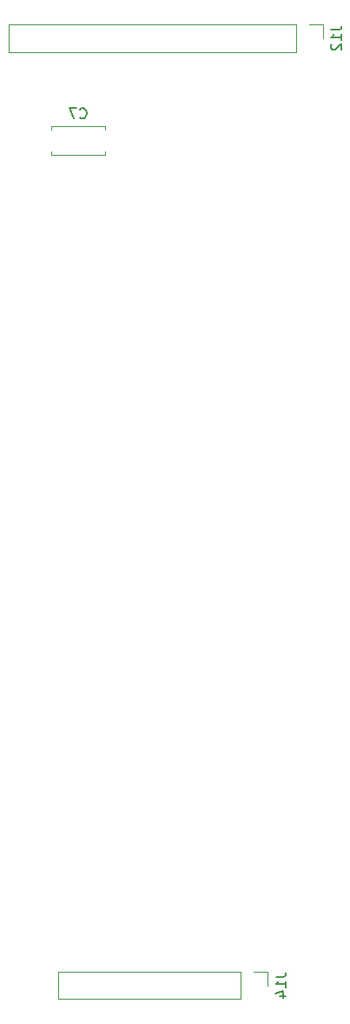
<source format=gbo>
G04 #@! TF.GenerationSoftware,KiCad,Pcbnew,(7.0.0)*
G04 #@! TF.CreationDate,2023-03-19T22:56:20+00:00*
G04 #@! TF.ProjectId,front_microlidian,66726f6e-745f-46d6-9963-726f6c696469,rev?*
G04 #@! TF.SameCoordinates,Original*
G04 #@! TF.FileFunction,Legend,Bot*
G04 #@! TF.FilePolarity,Positive*
%FSLAX46Y46*%
G04 Gerber Fmt 4.6, Leading zero omitted, Abs format (unit mm)*
G04 Created by KiCad (PCBNEW (7.0.0)) date 2023-03-19 22:56:20*
%MOMM*%
%LPD*%
G01*
G04 APERTURE LIST*
%ADD10C,0.150000*%
%ADD11C,0.120000*%
%ADD12C,1.600000*%
%ADD13O,1.600000X1.600000*%
%ADD14C,2.000000*%
%ADD15R,1.524000X1.524000*%
%ADD16C,1.524000*%
%ADD17R,2.000000X2.000000*%
%ADD18R,2.500000X3.000000*%
%ADD19R,1.930000X1.830000*%
%ADD20C,2.130000*%
%ADD21R,1.700000X1.700000*%
%ADD22O,1.700000X1.700000*%
G04 APERTURE END LIST*
D10*
X94400666Y-56852542D02*
X94448285Y-56900161D01*
X94448285Y-56900161D02*
X94591142Y-56947780D01*
X94591142Y-56947780D02*
X94686380Y-56947780D01*
X94686380Y-56947780D02*
X94829237Y-56900161D01*
X94829237Y-56900161D02*
X94924475Y-56804923D01*
X94924475Y-56804923D02*
X94972094Y-56709685D01*
X94972094Y-56709685D02*
X95019713Y-56519209D01*
X95019713Y-56519209D02*
X95019713Y-56376352D01*
X95019713Y-56376352D02*
X94972094Y-56185876D01*
X94972094Y-56185876D02*
X94924475Y-56090638D01*
X94924475Y-56090638D02*
X94829237Y-55995400D01*
X94829237Y-55995400D02*
X94686380Y-55947780D01*
X94686380Y-55947780D02*
X94591142Y-55947780D01*
X94591142Y-55947780D02*
X94448285Y-55995400D01*
X94448285Y-55995400D02*
X94400666Y-56043019D01*
X94067332Y-55947780D02*
X93400666Y-55947780D01*
X93400666Y-55947780D02*
X93829237Y-56947780D01*
X118876180Y-48315476D02*
X119590466Y-48315476D01*
X119590466Y-48315476D02*
X119733323Y-48267857D01*
X119733323Y-48267857D02*
X119828561Y-48172619D01*
X119828561Y-48172619D02*
X119876180Y-48029762D01*
X119876180Y-48029762D02*
X119876180Y-47934524D01*
X119876180Y-49315476D02*
X119876180Y-48744048D01*
X119876180Y-49029762D02*
X118876180Y-49029762D01*
X118876180Y-49029762D02*
X119019038Y-48934524D01*
X119019038Y-48934524D02*
X119114276Y-48839286D01*
X119114276Y-48839286D02*
X119161895Y-48744048D01*
X118971419Y-49696429D02*
X118923800Y-49744048D01*
X118923800Y-49744048D02*
X118876180Y-49839286D01*
X118876180Y-49839286D02*
X118876180Y-50077381D01*
X118876180Y-50077381D02*
X118923800Y-50172619D01*
X118923800Y-50172619D02*
X118971419Y-50220238D01*
X118971419Y-50220238D02*
X119066657Y-50267857D01*
X119066657Y-50267857D02*
X119161895Y-50267857D01*
X119161895Y-50267857D02*
X119304752Y-50220238D01*
X119304752Y-50220238D02*
X119876180Y-49648810D01*
X119876180Y-49648810D02*
X119876180Y-50267857D01*
X113490980Y-140490676D02*
X114205266Y-140490676D01*
X114205266Y-140490676D02*
X114348123Y-140443057D01*
X114348123Y-140443057D02*
X114443361Y-140347819D01*
X114443361Y-140347819D02*
X114490980Y-140204962D01*
X114490980Y-140204962D02*
X114490980Y-140109724D01*
X114490980Y-141490676D02*
X114490980Y-140919248D01*
X114490980Y-141204962D02*
X113490980Y-141204962D01*
X113490980Y-141204962D02*
X113633838Y-141109724D01*
X113633838Y-141109724D02*
X113729076Y-141014486D01*
X113729076Y-141014486D02*
X113776695Y-140919248D01*
X113824314Y-142347819D02*
X114490980Y-142347819D01*
X113443361Y-142109724D02*
X114157647Y-141871629D01*
X114157647Y-141871629D02*
X114157647Y-142490676D01*
D11*
X96854000Y-60450400D02*
X91614000Y-60450400D01*
X96854000Y-60135400D02*
X96854000Y-60450400D01*
X96854000Y-57710400D02*
X96854000Y-58025400D01*
X96854000Y-57710400D02*
X91614000Y-57710400D01*
X91614000Y-60135400D02*
X91614000Y-60450400D01*
X91614000Y-57710400D02*
X91614000Y-58025400D01*
X87468800Y-50455000D02*
X87468800Y-47795000D01*
X115468800Y-50455000D02*
X87468800Y-50455000D01*
X115468800Y-50455000D02*
X115468800Y-47795000D01*
X118068800Y-49125000D02*
X118068800Y-47795000D01*
X115468800Y-47795000D02*
X87468800Y-47795000D01*
X118068800Y-47795000D02*
X116738800Y-47795000D01*
X92243600Y-142630200D02*
X92243600Y-139970200D01*
X110083600Y-142630200D02*
X92243600Y-142630200D01*
X110083600Y-142630200D02*
X110083600Y-139970200D01*
X112683600Y-141300200D02*
X112683600Y-139970200D01*
X110083600Y-139970200D02*
X92243600Y-139970200D01*
X112683600Y-139970200D02*
X111353600Y-139970200D01*
%LPC*%
D12*
X101955600Y-104682600D03*
D13*
X101955599Y-112182599D03*
D12*
X116255800Y-101320600D03*
D13*
X108635799Y-101320599D03*
D12*
X120421400Y-136982200D03*
D13*
X120421399Y-129362199D03*
D12*
X105054400Y-129438400D03*
D13*
X105054399Y-137058399D03*
D14*
X109305590Y-91761880D03*
X115805590Y-91761880D03*
X109305590Y-96261880D03*
X115805590Y-96261880D03*
D15*
X94195389Y-53319879D03*
D16*
X96735390Y-53319880D03*
X99275390Y-53319880D03*
X101815390Y-53319880D03*
X104355390Y-53319880D03*
X106895390Y-53319880D03*
X109435390Y-53319880D03*
X111975390Y-53319880D03*
D17*
X91299589Y-101653879D03*
D14*
X96299590Y-101653880D03*
X93799590Y-101653880D03*
D18*
X88199589Y-94153879D03*
X99399589Y-94153879D03*
D14*
X91299590Y-87153880D03*
X96299590Y-87153880D03*
D19*
X93793389Y-107479279D03*
D20*
X93793390Y-118879280D03*
X93793390Y-110579280D03*
D19*
X93792989Y-126265879D03*
D20*
X93792990Y-137665880D03*
X93792990Y-129365880D03*
D12*
X86156800Y-112131800D03*
D13*
X86156799Y-104631799D03*
D20*
X111963390Y-129365880D03*
D19*
X111963389Y-126265879D03*
D20*
X111963390Y-137665880D03*
D12*
X96342200Y-83159600D03*
D13*
X103962199Y-83159599D03*
D19*
X111963389Y-107479279D03*
D20*
X111963390Y-118879280D03*
X111963390Y-110579280D03*
D12*
X96734000Y-59080400D03*
X91734000Y-59080400D03*
D21*
X116738799Y-49124999D03*
D22*
X114198799Y-49124999D03*
X111658799Y-49124999D03*
X109118799Y-49124999D03*
X106578799Y-49124999D03*
X104038799Y-49124999D03*
X101498799Y-49124999D03*
X98958799Y-49124999D03*
X96418799Y-49124999D03*
X93878799Y-49124999D03*
X91338799Y-49124999D03*
X88798799Y-49124999D03*
D21*
X111353599Y-141300199D03*
D22*
X108813599Y-141300199D03*
X106273599Y-141300199D03*
X103733599Y-141300199D03*
X101193599Y-141300199D03*
X98653599Y-141300199D03*
X96113599Y-141300199D03*
X93573599Y-141300199D03*
M02*

</source>
